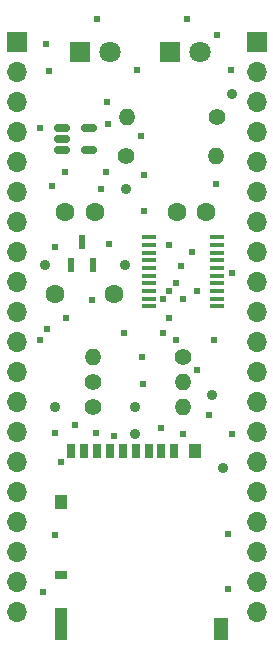
<source format=gts>
%TF.GenerationSoftware,KiCad,Pcbnew,7.0.5*%
%TF.CreationDate,2023-10-28T22:09:15+09:00*%
%TF.ProjectId,EMUZ80PIC_SD_MK3.2,454d555a-3830-4504-9943-5f53445f4d4b,3.2*%
%TF.SameCoordinates,PX7aa1f66PY7f075e2*%
%TF.FileFunction,Soldermask,Top*%
%TF.FilePolarity,Negative*%
%FSLAX46Y46*%
G04 Gerber Fmt 4.6, Leading zero omitted, Abs format (unit mm)*
G04 Created by KiCad (PCBNEW 7.0.5) date 2023-10-28 22:09:15*
%MOMM*%
%LPD*%
G01*
G04 APERTURE LIST*
G04 Aperture macros list*
%AMRoundRect*
0 Rectangle with rounded corners*
0 $1 Rounding radius*
0 $2 $3 $4 $5 $6 $7 $8 $9 X,Y pos of 4 corners*
0 Add a 4 corners polygon primitive as box body*
4,1,4,$2,$3,$4,$5,$6,$7,$8,$9,$2,$3,0*
0 Add four circle primitives for the rounded corners*
1,1,$1+$1,$2,$3*
1,1,$1+$1,$4,$5*
1,1,$1+$1,$6,$7*
1,1,$1+$1,$8,$9*
0 Add four rect primitives between the rounded corners*
20,1,$1+$1,$2,$3,$4,$5,0*
20,1,$1+$1,$4,$5,$6,$7,0*
20,1,$1+$1,$6,$7,$8,$9,0*
20,1,$1+$1,$8,$9,$2,$3,0*%
G04 Aperture macros list end*
%ADD10C,1.600000*%
%ADD11C,1.400000*%
%ADD12O,1.400000X1.400000*%
%ADD13R,0.700000X1.200000*%
%ADD14R,1.000000X1.200000*%
%ADD15R,1.000000X0.800000*%
%ADD16R,1.000000X2.800000*%
%ADD17R,1.300000X1.900000*%
%ADD18R,1.800000X1.800000*%
%ADD19C,1.800000*%
%ADD20R,1.308100X0.355600*%
%ADD21RoundRect,0.150000X-0.512500X-0.150000X0.512500X-0.150000X0.512500X0.150000X-0.512500X0.150000X0*%
%ADD22R,0.558800X1.270000*%
%ADD23R,1.700000X1.700000*%
%ADD24O,1.700000X1.700000*%
%ADD25C,0.605000*%
%ADD26C,0.900000*%
G04 APERTURE END LIST*
D10*
X6449400Y37174400D03*
X8949400Y37174400D03*
D11*
X19280000Y45210000D03*
D12*
X11660000Y45210000D03*
D13*
X15692000Y16917600D03*
X14592000Y16917600D03*
X13492000Y16917600D03*
X12392000Y16917600D03*
X11292000Y16917600D03*
X10192000Y16917600D03*
X9092000Y16917600D03*
X7992000Y16917600D03*
X6892000Y16917600D03*
D14*
X6092000Y12617600D03*
D15*
X6092000Y6417600D03*
D16*
X6092000Y2267600D03*
D17*
X19592000Y1817600D03*
D14*
X17392000Y16917600D03*
D18*
X15350200Y50661800D03*
D19*
X17890200Y50661800D03*
D11*
X8770000Y22760000D03*
D12*
X16390000Y22760000D03*
D11*
X16390000Y24860000D03*
D12*
X8770000Y24860000D03*
D10*
X18402200Y37174400D03*
X15902200Y37174400D03*
D20*
X13521400Y34997998D03*
X13521400Y34347997D03*
X13521400Y33697999D03*
X13521400Y33047997D03*
X13521400Y32397999D03*
X13521400Y31748000D03*
X13521400Y31097999D03*
X13521400Y30448000D03*
X13521400Y29797999D03*
X13521400Y29148000D03*
X19325300Y29147998D03*
X19325300Y29797996D03*
X19325300Y30447997D03*
X19325300Y31097996D03*
X19325300Y31747997D03*
X19325300Y32397996D03*
X19325300Y33047997D03*
X19325300Y33697996D03*
X19325300Y34347997D03*
X19325300Y34997996D03*
D21*
X6180000Y44250000D03*
X6180000Y43300000D03*
X6180000Y42350000D03*
X8455000Y42350000D03*
X8455000Y44250000D03*
D22*
X6942201Y32653200D03*
X8772199Y32653200D03*
X7857200Y34583600D03*
D11*
X11560000Y41910000D03*
D12*
X19180000Y41910000D03*
D18*
X7730200Y50661800D03*
D19*
X10270200Y50661800D03*
D11*
X8760000Y20650000D03*
D12*
X16380000Y20650000D03*
D10*
X5600000Y30164000D03*
X10600000Y30164000D03*
D23*
X2320000Y51500000D03*
D24*
X2320000Y48960000D03*
X2320000Y46420000D03*
X2320000Y43880000D03*
X2320000Y41340000D03*
X2320000Y38800000D03*
X2320000Y36260000D03*
X2320000Y33720000D03*
X2320000Y31180000D03*
X2320000Y28640000D03*
X2320000Y26100000D03*
X2320000Y23560000D03*
X2320000Y21020000D03*
X2320000Y18480000D03*
X2320000Y15940000D03*
X2320000Y13400000D03*
X2320000Y10860000D03*
X2320000Y8320000D03*
X2320000Y5780000D03*
X2320000Y3240000D03*
D23*
X22640000Y51500000D03*
D24*
X22640000Y48960000D03*
X22640000Y46420000D03*
X22640000Y43880000D03*
X22640000Y41340000D03*
X22640000Y38800000D03*
X22640000Y36260000D03*
X22640000Y33720000D03*
X22640000Y31180000D03*
X22640000Y28640000D03*
X22640000Y26100000D03*
X22640000Y23560000D03*
X22640000Y21020000D03*
X22640000Y18480000D03*
X22640000Y15940000D03*
X22640000Y13400000D03*
X22640000Y10860000D03*
X22640000Y8320000D03*
X22640000Y5780000D03*
X22640000Y3240000D03*
D25*
X9160000Y53510000D03*
X16720000Y53440000D03*
X10150000Y34450000D03*
X5570000Y34140000D03*
X8720000Y29720000D03*
X16220000Y32600000D03*
X4600000Y4920000D03*
X20200000Y5230000D03*
X20200000Y9860000D03*
X5580000Y9830000D03*
X10540000Y18210000D03*
X5560000Y18460000D03*
X9490000Y39110000D03*
X5330000Y39330000D03*
X13150000Y37190000D03*
X19200000Y39510000D03*
X13120000Y40300000D03*
X12890000Y43580000D03*
X20470000Y49190000D03*
X12500000Y49150000D03*
X5050000Y49080000D03*
X4840000Y51350000D03*
X19060000Y26280000D03*
X18650000Y19980000D03*
X13010000Y22600000D03*
X12980000Y24900000D03*
D26*
X18910000Y21610000D03*
X4730000Y32680000D03*
X19810000Y15440000D03*
D25*
X6450000Y40530000D03*
D26*
X20580000Y47150000D03*
D25*
X9900000Y40530000D03*
X15250000Y34347997D03*
X10000000Y46420000D03*
X4310000Y44230000D03*
X15210000Y30470000D03*
X15240000Y28130000D03*
X6510000Y28170000D03*
X6050000Y15940000D03*
X15860000Y31090000D03*
X15859400Y26260000D03*
X4340000Y26260000D03*
X4910000Y27250000D03*
X20590000Y31940000D03*
X20590000Y18380000D03*
X16380000Y18380000D03*
X16390000Y29800000D03*
X14555057Y18860560D03*
D26*
X12390000Y18330000D03*
X12390000Y20650000D03*
X11560000Y39060000D03*
X5590000Y20650000D03*
X11520000Y32650000D03*
D25*
X17630000Y23730000D03*
X7260000Y19110000D03*
X17630000Y30450000D03*
X17140000Y33710000D03*
X10030000Y44555600D03*
X14690000Y26880000D03*
X14690000Y29790000D03*
X9080000Y18390000D03*
X11400000Y26880000D03*
X19320000Y52100000D03*
M02*

</source>
